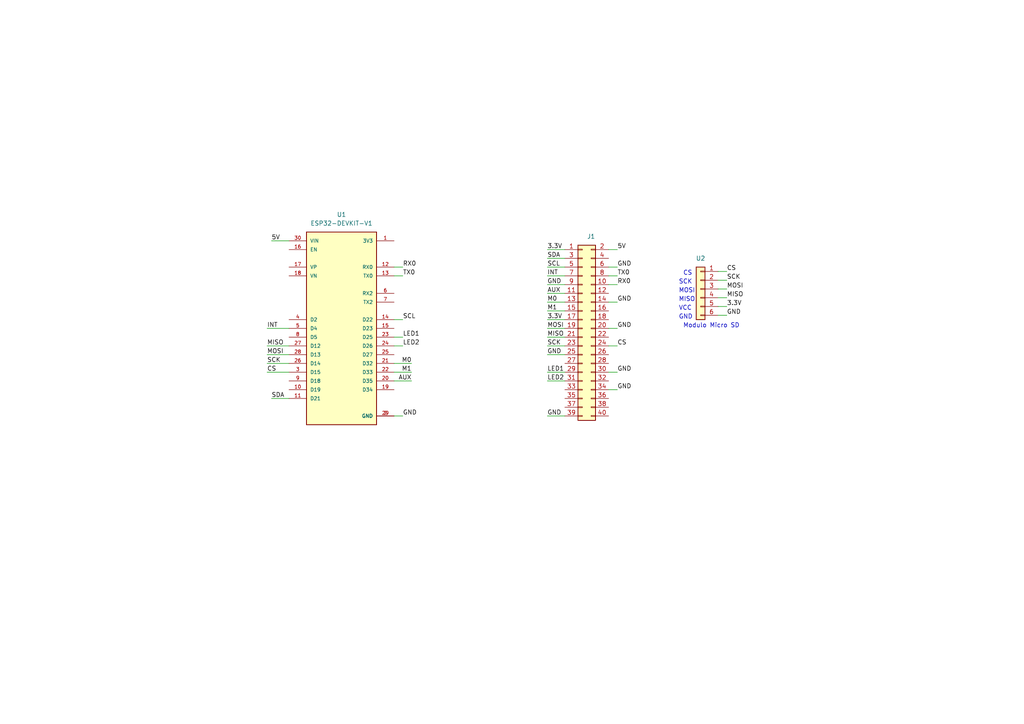
<source format=kicad_sch>
(kicad_sch (version 20211123) (generator eeschema)

  (uuid 30810c29-7c9e-463f-8d1a-1ad5d7a6d93f)

  (paper "A4")

  (title_block
    (title "CubeSat - Controle")
    (date "2023-10-06")
    (rev "1.0")
  )

  (lib_symbols
    (symbol "Connector_Generic:Conn_01x06" (pin_names (offset 1.016) hide) (in_bom yes) (on_board yes)
      (property "Reference" "J" (id 0) (at 0 7.62 0)
        (effects (font (size 1.27 1.27)))
      )
      (property "Value" "Conn_01x06" (id 1) (at 0 -10.16 0)
        (effects (font (size 1.27 1.27)))
      )
      (property "Footprint" "" (id 2) (at 0 0 0)
        (effects (font (size 1.27 1.27)) hide)
      )
      (property "Datasheet" "~" (id 3) (at 0 0 0)
        (effects (font (size 1.27 1.27)) hide)
      )
      (property "ki_keywords" "connector" (id 4) (at 0 0 0)
        (effects (font (size 1.27 1.27)) hide)
      )
      (property "ki_description" "Generic connector, single row, 01x06, script generated (kicad-library-utils/schlib/autogen/connector/)" (id 5) (at 0 0 0)
        (effects (font (size 1.27 1.27)) hide)
      )
      (property "ki_fp_filters" "Connector*:*_1x??_*" (id 6) (at 0 0 0)
        (effects (font (size 1.27 1.27)) hide)
      )
      (symbol "Conn_01x06_1_1"
        (rectangle (start -1.27 -7.493) (end 0 -7.747)
          (stroke (width 0.1524) (type default) (color 0 0 0 0))
          (fill (type none))
        )
        (rectangle (start -1.27 -4.953) (end 0 -5.207)
          (stroke (width 0.1524) (type default) (color 0 0 0 0))
          (fill (type none))
        )
        (rectangle (start -1.27 -2.413) (end 0 -2.667)
          (stroke (width 0.1524) (type default) (color 0 0 0 0))
          (fill (type none))
        )
        (rectangle (start -1.27 0.127) (end 0 -0.127)
          (stroke (width 0.1524) (type default) (color 0 0 0 0))
          (fill (type none))
        )
        (rectangle (start -1.27 2.667) (end 0 2.413)
          (stroke (width 0.1524) (type default) (color 0 0 0 0))
          (fill (type none))
        )
        (rectangle (start -1.27 5.207) (end 0 4.953)
          (stroke (width 0.1524) (type default) (color 0 0 0 0))
          (fill (type none))
        )
        (rectangle (start -1.27 6.35) (end 1.27 -8.89)
          (stroke (width 0.254) (type default) (color 0 0 0 0))
          (fill (type background))
        )
        (pin passive line (at -5.08 5.08 0) (length 3.81)
          (name "Pin_1" (effects (font (size 1.27 1.27))))
          (number "1" (effects (font (size 1.27 1.27))))
        )
        (pin passive line (at -5.08 2.54 0) (length 3.81)
          (name "Pin_2" (effects (font (size 1.27 1.27))))
          (number "2" (effects (font (size 1.27 1.27))))
        )
        (pin passive line (at -5.08 0 0) (length 3.81)
          (name "Pin_3" (effects (font (size 1.27 1.27))))
          (number "3" (effects (font (size 1.27 1.27))))
        )
        (pin passive line (at -5.08 -2.54 0) (length 3.81)
          (name "Pin_4" (effects (font (size 1.27 1.27))))
          (number "4" (effects (font (size 1.27 1.27))))
        )
        (pin passive line (at -5.08 -5.08 0) (length 3.81)
          (name "Pin_5" (effects (font (size 1.27 1.27))))
          (number "5" (effects (font (size 1.27 1.27))))
        )
        (pin passive line (at -5.08 -7.62 0) (length 3.81)
          (name "Pin_6" (effects (font (size 1.27 1.27))))
          (number "6" (effects (font (size 1.27 1.27))))
        )
      )
    )
    (symbol "Connector_Generic:Conn_02x20_Odd_Even" (pin_names (offset 1.016) hide) (in_bom yes) (on_board yes)
      (property "Reference" "J" (id 0) (at 1.27 25.4 0)
        (effects (font (size 1.27 1.27)))
      )
      (property "Value" "Conn_02x20_Odd_Even" (id 1) (at 1.27 -27.94 0)
        (effects (font (size 1.27 1.27)))
      )
      (property "Footprint" "" (id 2) (at 0 0 0)
        (effects (font (size 1.27 1.27)) hide)
      )
      (property "Datasheet" "~" (id 3) (at 0 0 0)
        (effects (font (size 1.27 1.27)) hide)
      )
      (property "ki_keywords" "connector" (id 4) (at 0 0 0)
        (effects (font (size 1.27 1.27)) hide)
      )
      (property "ki_description" "Generic connector, double row, 02x20, odd/even pin numbering scheme (row 1 odd numbers, row 2 even numbers), script generated (kicad-library-utils/schlib/autogen/connector/)" (id 5) (at 0 0 0)
        (effects (font (size 1.27 1.27)) hide)
      )
      (property "ki_fp_filters" "Connector*:*_2x??_*" (id 6) (at 0 0 0)
        (effects (font (size 1.27 1.27)) hide)
      )
      (symbol "Conn_02x20_Odd_Even_1_1"
        (rectangle (start -1.27 -25.273) (end 0 -25.527)
          (stroke (width 0.1524) (type default) (color 0 0 0 0))
          (fill (type none))
        )
        (rectangle (start -1.27 -22.733) (end 0 -22.987)
          (stroke (width 0.1524) (type default) (color 0 0 0 0))
          (fill (type none))
        )
        (rectangle (start -1.27 -20.193) (end 0 -20.447)
          (stroke (width 0.1524) (type default) (color 0 0 0 0))
          (fill (type none))
        )
        (rectangle (start -1.27 -17.653) (end 0 -17.907)
          (stroke (width 0.1524) (type default) (color 0 0 0 0))
          (fill (type none))
        )
        (rectangle (start -1.27 -15.113) (end 0 -15.367)
          (stroke (width 0.1524) (type default) (color 0 0 0 0))
          (fill (type none))
        )
        (rectangle (start -1.27 -12.573) (end 0 -12.827)
          (stroke (width 0.1524) (type default) (color 0 0 0 0))
          (fill (type none))
        )
        (rectangle (start -1.27 -10.033) (end 0 -10.287)
          (stroke (width 0.1524) (type default) (color 0 0 0 0))
          (fill (type none))
        )
        (rectangle (start -1.27 -7.493) (end 0 -7.747)
          (stroke (width 0.1524) (type default) (color 0 0 0 0))
          (fill (type none))
        )
        (rectangle (start -1.27 -4.953) (end 0 -5.207)
          (stroke (width 0.1524) (type default) (color 0 0 0 0))
          (fill (type none))
        )
        (rectangle (start -1.27 -2.413) (end 0 -2.667)
          (stroke (width 0.1524) (type default) (color 0 0 0 0))
          (fill (type none))
        )
        (rectangle (start -1.27 0.127) (end 0 -0.127)
          (stroke (width 0.1524) (type default) (color 0 0 0 0))
          (fill (type none))
        )
        (rectangle (start -1.27 2.667) (end 0 2.413)
          (stroke (width 0.1524) (type default) (color 0 0 0 0))
          (fill (type none))
        )
        (rectangle (start -1.27 5.207) (end 0 4.953)
          (stroke (width 0.1524) (type default) (color 0 0 0 0))
          (fill (type none))
        )
        (rectangle (start -1.27 7.747) (end 0 7.493)
          (stroke (width 0.1524) (type default) (color 0 0 0 0))
          (fill (type none))
        )
        (rectangle (start -1.27 10.287) (end 0 10.033)
          (stroke (width 0.1524) (type default) (color 0 0 0 0))
          (fill (type none))
        )
        (rectangle (start -1.27 12.827) (end 0 12.573)
          (stroke (width 0.1524) (type default) (color 0 0 0 0))
          (fill (type none))
        )
        (rectangle (start -1.27 15.367) (end 0 15.113)
          (stroke (width 0.1524) (type default) (color 0 0 0 0))
          (fill (type none))
        )
        (rectangle (start -1.27 17.907) (end 0 17.653)
          (stroke (width 0.1524) (type default) (color 0 0 0 0))
          (fill (type none))
        )
        (rectangle (start -1.27 20.447) (end 0 20.193)
          (stroke (width 0.1524) (type default) (color 0 0 0 0))
          (fill (type none))
        )
        (rectangle (start -1.27 22.987) (end 0 22.733)
          (stroke (width 0.1524) (type default) (color 0 0 0 0))
          (fill (type none))
        )
        (rectangle (start -1.27 24.13) (end 3.81 -26.67)
          (stroke (width 0.254) (type default) (color 0 0 0 0))
          (fill (type background))
        )
        (rectangle (start 3.81 -25.273) (end 2.54 -25.527)
          (stroke (width 0.1524) (type default) (color 0 0 0 0))
          (fill (type none))
        )
        (rectangle (start 3.81 -22.733) (end 2.54 -22.987)
          (stroke (width 0.1524) (type default) (color 0 0 0 0))
          (fill (type none))
        )
        (rectangle (start 3.81 -20.193) (end 2.54 -20.447)
          (stroke (width 0.1524) (type default) (color 0 0 0 0))
          (fill (type none))
        )
        (rectangle (start 3.81 -17.653) (end 2.54 -17.907)
          (stroke (width 0.1524) (type default) (color 0 0 0 0))
          (fill (type none))
        )
        (rectangle (start 3.81 -15.113) (end 2.54 -15.367)
          (stroke (width 0.1524) (type default) (color 0 0 0 0))
          (fill (type none))
        )
        (rectangle (start 3.81 -12.573) (end 2.54 -12.827)
          (stroke (width 0.1524) (type default) (color 0 0 0 0))
          (fill (type none))
        )
        (rectangle (start 3.81 -10.033) (end 2.54 -10.287)
          (stroke (width 0.1524) (type default) (color 0 0 0 0))
          (fill (type none))
        )
        (rectangle (start 3.81 -7.493) (end 2.54 -7.747)
          (stroke (width 0.1524) (type default) (color 0 0 0 0))
          (fill (type none))
        )
        (rectangle (start 3.81 -4.953) (end 2.54 -5.207)
          (stroke (width 0.1524) (type default) (color 0 0 0 0))
          (fill (type none))
        )
        (rectangle (start 3.81 -2.413) (end 2.54 -2.667)
          (stroke (width 0.1524) (type default) (color 0 0 0 0))
          (fill (type none))
        )
        (rectangle (start 3.81 0.127) (end 2.54 -0.127)
          (stroke (width 0.1524) (type default) (color 0 0 0 0))
          (fill (type none))
        )
        (rectangle (start 3.81 2.667) (end 2.54 2.413)
          (stroke (width 0.1524) (type default) (color 0 0 0 0))
          (fill (type none))
        )
        (rectangle (start 3.81 5.207) (end 2.54 4.953)
          (stroke (width 0.1524) (type default) (color 0 0 0 0))
          (fill (type none))
        )
        (rectangle (start 3.81 7.747) (end 2.54 7.493)
          (stroke (width 0.1524) (type default) (color 0 0 0 0))
          (fill (type none))
        )
        (rectangle (start 3.81 10.287) (end 2.54 10.033)
          (stroke (width 0.1524) (type default) (color 0 0 0 0))
          (fill (type none))
        )
        (rectangle (start 3.81 12.827) (end 2.54 12.573)
          (stroke (width 0.1524) (type default) (color 0 0 0 0))
          (fill (type none))
        )
        (rectangle (start 3.81 15.367) (end 2.54 15.113)
          (stroke (width 0.1524) (type default) (color 0 0 0 0))
          (fill (type none))
        )
        (rectangle (start 3.81 17.907) (end 2.54 17.653)
          (stroke (width 0.1524) (type default) (color 0 0 0 0))
          (fill (type none))
        )
        (rectangle (start 3.81 20.447) (end 2.54 20.193)
          (stroke (width 0.1524) (type default) (color 0 0 0 0))
          (fill (type none))
        )
        (rectangle (start 3.81 22.987) (end 2.54 22.733)
          (stroke (width 0.1524) (type default) (color 0 0 0 0))
          (fill (type none))
        )
        (pin passive line (at -5.08 22.86 0) (length 3.81)
          (name "Pin_1" (effects (font (size 1.27 1.27))))
          (number "1" (effects (font (size 1.27 1.27))))
        )
        (pin passive line (at 7.62 12.7 180) (length 3.81)
          (name "Pin_10" (effects (font (size 1.27 1.27))))
          (number "10" (effects (font (size 1.27 1.27))))
        )
        (pin passive line (at -5.08 10.16 0) (length 3.81)
          (name "Pin_11" (effects (font (size 1.27 1.27))))
          (number "11" (effects (font (size 1.27 1.27))))
        )
        (pin passive line (at 7.62 10.16 180) (length 3.81)
          (name "Pin_12" (effects (font (size 1.27 1.27))))
          (number "12" (effects (font (size 1.27 1.27))))
        )
        (pin passive line (at -5.08 7.62 0) (length 3.81)
          (name "Pin_13" (effects (font (size 1.27 1.27))))
          (number "13" (effects (font (size 1.27 1.27))))
        )
        (pin passive line (at 7.62 7.62 180) (length 3.81)
          (name "Pin_14" (effects (font (size 1.27 1.27))))
          (number "14" (effects (font (size 1.27 1.27))))
        )
        (pin passive line (at -5.08 5.08 0) (length 3.81)
          (name "Pin_15" (effects (font (size 1.27 1.27))))
          (number "15" (effects (font (size 1.27 1.27))))
        )
        (pin passive line (at 7.62 5.08 180) (length 3.81)
          (name "Pin_16" (effects (font (size 1.27 1.27))))
          (number "16" (effects (font (size 1.27 1.27))))
        )
        (pin passive line (at -5.08 2.54 0) (length 3.81)
          (name "Pin_17" (effects (font (size 1.27 1.27))))
          (number "17" (effects (font (size 1.27 1.27))))
        )
        (pin passive line (at 7.62 2.54 180) (length 3.81)
          (name "Pin_18" (effects (font (size 1.27 1.27))))
          (number "18" (effects (font (size 1.27 1.27))))
        )
        (pin passive line (at -5.08 0 0) (length 3.81)
          (name "Pin_19" (effects (font (size 1.27 1.27))))
          (number "19" (effects (font (size 1.27 1.27))))
        )
        (pin passive line (at 7.62 22.86 180) (length 3.81)
          (name "Pin_2" (effects (font (size 1.27 1.27))))
          (number "2" (effects (font (size 1.27 1.27))))
        )
        (pin passive line (at 7.62 0 180) (length 3.81)
          (name "Pin_20" (effects (font (size 1.27 1.27))))
          (number "20" (effects (font (size 1.27 1.27))))
        )
        (pin passive line (at -5.08 -2.54 0) (length 3.81)
          (name "Pin_21" (effects (font (size 1.27 1.27))))
          (number "21" (effects (font (size 1.27 1.27))))
        )
        (pin passive line (at 7.62 -2.54 180) (length 3.81)
          (name "Pin_22" (effects (font (size 1.27 1.27))))
          (number "22" (effects (font (size 1.27 1.27))))
        )
        (pin passive line (at -5.08 -5.08 0) (length 3.81)
          (name "Pin_23" (effects (font (size 1.27 1.27))))
          (number "23" (effects (font (size 1.27 1.27))))
        )
        (pin passive line (at 7.62 -5.08 180) (length 3.81)
          (name "Pin_24" (effects (font (size 1.27 1.27))))
          (number "24" (effects (font (size 1.27 1.27))))
        )
        (pin passive line (at -5.08 -7.62 0) (length 3.81)
          (name "Pin_25" (effects (font (size 1.27 1.27))))
          (number "25" (effects (font (size 1.27 1.27))))
        )
        (pin passive line (at 7.62 -7.62 180) (length 3.81)
          (name "Pin_26" (effects (font (size 1.27 1.27))))
          (number "26" (effects (font (size 1.27 1.27))))
        )
        (pin passive line (at -5.08 -10.16 0) (length 3.81)
          (name "Pin_27" (effects (font (size 1.27 1.27))))
          (number "27" (effects (font (size 1.27 1.27))))
        )
        (pin passive line (at 7.62 -10.16 180) (length 3.81)
          (name "Pin_28" (effects (font (size 1.27 1.27))))
          (number "28" (effects (font (size 1.27 1.27))))
        )
        (pin passive line (at -5.08 -12.7 0) (length 3.81)
          (name "Pin_29" (effects (font (size 1.27 1.27))))
          (number "29" (effects (font (size 1.27 1.27))))
        )
        (pin passive line (at -5.08 20.32 0) (length 3.81)
          (name "Pin_3" (effects (font (size 1.27 1.27))))
          (number "3" (effects (font (size 1.27 1.27))))
        )
        (pin passive line (at 7.62 -12.7 180) (length 3.81)
          (name "Pin_30" (effects (font (size 1.27 1.27))))
          (number "30" (effects (font (size 1.27 1.27))))
        )
        (pin passive line (at -5.08 -15.24 0) (length 3.81)
          (name "Pin_31" (effects (font (size 1.27 1.27))))
          (number "31" (effects (font (size 1.27 1.27))))
        )
        (pin passive line (at 7.62 -15.24 180) (length 3.81)
          (name "Pin_32" (effects (font (size 1.27 1.27))))
          (number "32" (effects (font (size 1.27 1.27))))
        )
        (pin passive line (at -5.08 -17.78 0) (length 3.81)
          (name "Pin_33" (effects (font (size 1.27 1.27))))
          (number "33" (effects (font (size 1.27 1.27))))
        )
        (pin passive line (at 7.62 -17.78 180) (length 3.81)
          (name "Pin_34" (effects (font (size 1.27 1.27))))
          (number "34" (effects (font (size 1.27 1.27))))
        )
        (pin passive line (at -5.08 -20.32 0) (length 3.81)
          (name "Pin_35" (effects (font (size 1.27 1.27))))
          (number "35" (effects (font (size 1.27 1.27))))
        )
        (pin passive line (at 7.62 -20.32 180) (length 3.81)
          (name "Pin_36" (effects (font (size 1.27 1.27))))
          (number "36" (effects (font (size 1.27 1.27))))
        )
        (pin passive line (at -5.08 -22.86 0) (length 3.81)
          (name "Pin_37" (effects (font (size 1.27 1.27))))
          (number "37" (effects (font (size 1.27 1.27))))
        )
        (pin passive line (at 7.62 -22.86 180) (length 3.81)
          (name "Pin_38" (effects (font (size 1.27 1.27))))
          (number "38" (effects (font (size 1.27 1.27))))
        )
        (pin passive line (at -5.08 -25.4 0) (length 3.81)
          (name "Pin_39" (effects (font (size 1.27 1.27))))
          (number "39" (effects (font (size 1.27 1.27))))
        )
        (pin passive line (at 7.62 20.32 180) (length 3.81)
          (name "Pin_4" (effects (font (size 1.27 1.27))))
          (number "4" (effects (font (size 1.27 1.27))))
        )
        (pin passive line (at 7.62 -25.4 180) (length 3.81)
          (name "Pin_40" (effects (font (size 1.27 1.27))))
          (number "40" (effects (font (size 1.27 1.27))))
        )
        (pin passive line (at -5.08 17.78 0) (length 3.81)
          (name "Pin_5" (effects (font (size 1.27 1.27))))
          (number "5" (effects (font (size 1.27 1.27))))
        )
        (pin passive line (at 7.62 17.78 180) (length 3.81)
          (name "Pin_6" (effects (font (size 1.27 1.27))))
          (number "6" (effects (font (size 1.27 1.27))))
        )
        (pin passive line (at -5.08 15.24 0) (length 3.81)
          (name "Pin_7" (effects (font (size 1.27 1.27))))
          (number "7" (effects (font (size 1.27 1.27))))
        )
        (pin passive line (at 7.62 15.24 180) (length 3.81)
          (name "Pin_8" (effects (font (size 1.27 1.27))))
          (number "8" (effects (font (size 1.27 1.27))))
        )
        (pin passive line (at -5.08 12.7 0) (length 3.81)
          (name "Pin_9" (effects (font (size 1.27 1.27))))
          (number "9" (effects (font (size 1.27 1.27))))
        )
      )
    )
    (symbol "ESP32-DEVKIT-V1:ESP32-DEVKIT-V1" (pin_names (offset 1.016)) (in_bom yes) (on_board yes)
      (property "Reference" "U" (id 0) (at -10.16 30.48 0)
        (effects (font (size 1.27 1.27)) (justify left top))
      )
      (property "Value" "ESP32-DEVKIT-V1" (id 1) (at -10.16 -30.48 0)
        (effects (font (size 1.27 1.27)) (justify left bottom))
      )
      (property "Footprint" "ESP32-DEVKIT-V1:MODULE_ESP32_DEVKIT_V1" (id 2) (at 0 0 0)
        (effects (font (size 1.27 1.27)) (justify bottom) hide)
      )
      (property "Datasheet" "" (id 3) (at 0 0 0)
        (effects (font (size 1.27 1.27)) hide)
      )
      (property "MF" "Do it" (id 4) (at 0 0 0)
        (effects (font (size 1.27 1.27)) (justify bottom) hide)
      )
      (property "MAXIMUM_PACKAGE_HEIGHT" "6.8 mm" (id 5) (at 0 0 0)
        (effects (font (size 1.27 1.27)) (justify bottom) hide)
      )
      (property "Package" "None" (id 6) (at 0 0 0)
        (effects (font (size 1.27 1.27)) (justify bottom) hide)
      )
      (property "Price" "None" (id 7) (at 0 0 0)
        (effects (font (size 1.27 1.27)) (justify bottom) hide)
      )
      (property "Check_prices" "https://www.snapeda.com/parts/ESP32-DEVKIT-V1/Do+it/view-part/?ref=eda" (id 8) (at 0 0 0)
        (effects (font (size 1.27 1.27)) (justify bottom) hide)
      )
      (property "STANDARD" "Manufacturer Recommendations" (id 9) (at 0 0 0)
        (effects (font (size 1.27 1.27)) (justify bottom) hide)
      )
      (property "PARTREV" "N/A" (id 10) (at 0 0 0)
        (effects (font (size 1.27 1.27)) (justify bottom) hide)
      )
      (property "SnapEDA_Link" "https://www.snapeda.com/parts/ESP32-DEVKIT-V1/Do+it/view-part/?ref=snap" (id 11) (at 0 0 0)
        (effects (font (size 1.27 1.27)) (justify bottom) hide)
      )
      (property "MP" "ESP32-DEVKIT-V1" (id 12) (at 0 0 0)
        (effects (font (size 1.27 1.27)) (justify bottom) hide)
      )
      (property "Description" "\nDual core, Wi-Fi: 2.4 GHz up to 150 Mbits/s,BLE (Bluetooth Low Energy) and legacy Bluetooth, 32 bits, Up to 240 MHz\n" (id 13) (at 0 0 0)
        (effects (font (size 1.27 1.27)) (justify bottom) hide)
      )
      (property "Availability" "Not in stock" (id 14) (at 0 0 0)
        (effects (font (size 1.27 1.27)) (justify bottom) hide)
      )
      (property "MANUFACTURER" "DOIT" (id 15) (at 0 0 0)
        (effects (font (size 1.27 1.27)) (justify bottom) hide)
      )
      (symbol "ESP32-DEVKIT-V1_0_0"
        (rectangle (start -10.16 -27.94) (end 10.16 27.94)
          (stroke (width 0.254) (type default) (color 0 0 0 0))
          (fill (type background))
        )
        (pin output line (at 15.24 25.4 180) (length 5.08)
          (name "3V3" (effects (font (size 1.016 1.016))))
          (number "1" (effects (font (size 1.016 1.016))))
        )
        (pin bidirectional line (at -15.24 -17.78 0) (length 5.08)
          (name "D19" (effects (font (size 1.016 1.016))))
          (number "10" (effects (font (size 1.016 1.016))))
        )
        (pin bidirectional line (at -15.24 -20.32 0) (length 5.08)
          (name "D21" (effects (font (size 1.016 1.016))))
          (number "11" (effects (font (size 1.016 1.016))))
        )
        (pin input line (at 15.24 17.78 180) (length 5.08)
          (name "RX0" (effects (font (size 1.016 1.016))))
          (number "12" (effects (font (size 1.016 1.016))))
        )
        (pin output line (at 15.24 15.24 180) (length 5.08)
          (name "TX0" (effects (font (size 1.016 1.016))))
          (number "13" (effects (font (size 1.016 1.016))))
        )
        (pin bidirectional line (at 15.24 2.54 180) (length 5.08)
          (name "D22" (effects (font (size 1.016 1.016))))
          (number "14" (effects (font (size 1.016 1.016))))
        )
        (pin bidirectional line (at 15.24 0 180) (length 5.08)
          (name "D23" (effects (font (size 1.016 1.016))))
          (number "15" (effects (font (size 1.016 1.016))))
        )
        (pin input line (at -15.24 22.86 0) (length 5.08)
          (name "EN" (effects (font (size 1.016 1.016))))
          (number "16" (effects (font (size 1.016 1.016))))
        )
        (pin bidirectional line (at -15.24 17.78 0) (length 5.08)
          (name "VP" (effects (font (size 1.016 1.016))))
          (number "17" (effects (font (size 1.016 1.016))))
        )
        (pin bidirectional line (at -15.24 15.24 0) (length 5.08)
          (name "VN" (effects (font (size 1.016 1.016))))
          (number "18" (effects (font (size 1.016 1.016))))
        )
        (pin bidirectional line (at 15.24 -17.78 180) (length 5.08)
          (name "D34" (effects (font (size 1.016 1.016))))
          (number "19" (effects (font (size 1.016 1.016))))
        )
        (pin power_in line (at 15.24 -25.4 180) (length 5.08)
          (name "GND" (effects (font (size 1.016 1.016))))
          (number "2" (effects (font (size 1.016 1.016))))
        )
        (pin bidirectional line (at 15.24 -15.24 180) (length 5.08)
          (name "D35" (effects (font (size 1.016 1.016))))
          (number "20" (effects (font (size 1.016 1.016))))
        )
        (pin bidirectional line (at 15.24 -10.16 180) (length 5.08)
          (name "D32" (effects (font (size 1.016 1.016))))
          (number "21" (effects (font (size 1.016 1.016))))
        )
        (pin bidirectional line (at 15.24 -12.7 180) (length 5.08)
          (name "D33" (effects (font (size 1.016 1.016))))
          (number "22" (effects (font (size 1.016 1.016))))
        )
        (pin bidirectional line (at 15.24 -2.54 180) (length 5.08)
          (name "D25" (effects (font (size 1.016 1.016))))
          (number "23" (effects (font (size 1.016 1.016))))
        )
        (pin bidirectional line (at 15.24 -5.08 180) (length 5.08)
          (name "D26" (effects (font (size 1.016 1.016))))
          (number "24" (effects (font (size 1.016 1.016))))
        )
        (pin bidirectional line (at 15.24 -7.62 180) (length 5.08)
          (name "D27" (effects (font (size 1.016 1.016))))
          (number "25" (effects (font (size 1.016 1.016))))
        )
        (pin bidirectional line (at -15.24 -10.16 0) (length 5.08)
          (name "D14" (effects (font (size 1.016 1.016))))
          (number "26" (effects (font (size 1.016 1.016))))
        )
        (pin bidirectional line (at -15.24 -5.08 0) (length 5.08)
          (name "D12" (effects (font (size 1.016 1.016))))
          (number "27" (effects (font (size 1.016 1.016))))
        )
        (pin bidirectional line (at -15.24 -7.62 0) (length 5.08)
          (name "D13" (effects (font (size 1.016 1.016))))
          (number "28" (effects (font (size 1.016 1.016))))
        )
        (pin power_in line (at 15.24 -25.4 180) (length 5.08)
          (name "GND" (effects (font (size 1.016 1.016))))
          (number "29" (effects (font (size 1.016 1.016))))
        )
        (pin bidirectional line (at -15.24 -12.7 0) (length 5.08)
          (name "D15" (effects (font (size 1.016 1.016))))
          (number "3" (effects (font (size 1.016 1.016))))
        )
        (pin input line (at -15.24 25.4 0) (length 5.08)
          (name "VIN" (effects (font (size 1.016 1.016))))
          (number "30" (effects (font (size 1.016 1.016))))
        )
        (pin bidirectional line (at -15.24 2.54 0) (length 5.08)
          (name "D2" (effects (font (size 1.016 1.016))))
          (number "4" (effects (font (size 1.016 1.016))))
        )
        (pin bidirectional line (at -15.24 0 0) (length 5.08)
          (name "D4" (effects (font (size 1.016 1.016))))
          (number "5" (effects (font (size 1.016 1.016))))
        )
        (pin input line (at 15.24 10.16 180) (length 5.08)
          (name "RX2" (effects (font (size 1.016 1.016))))
          (number "6" (effects (font (size 1.016 1.016))))
        )
        (pin output line (at 15.24 7.62 180) (length 5.08)
          (name "TX2" (effects (font (size 1.016 1.016))))
          (number "7" (effects (font (size 1.016 1.016))))
        )
        (pin bidirectional line (at -15.24 -2.54 0) (length 5.08)
          (name "D5" (effects (font (size 1.016 1.016))))
          (number "8" (effects (font (size 1.016 1.016))))
        )
        (pin bidirectional line (at -15.24 -15.24 0) (length 5.08)
          (name "D18" (effects (font (size 1.016 1.016))))
          (number "9" (effects (font (size 1.016 1.016))))
        )
      )
    )
  )


  (wire (pts (xy 158.75 92.71) (xy 163.83 92.71))
    (stroke (width 0) (type default) (color 0 0 0 0))
    (uuid 0b3c060a-98c1-470a-ac9c-7a1fbf935618)
  )
  (wire (pts (xy 176.53 72.39) (xy 179.07 72.39))
    (stroke (width 0) (type default) (color 0 0 0 0))
    (uuid 106e5c31-e171-4143-8a85-8c9234b3f1ad)
  )
  (wire (pts (xy 208.28 91.44) (xy 210.82 91.44))
    (stroke (width 0) (type default) (color 0 0 0 0))
    (uuid 1083e108-f437-4ee1-b92d-875174dccb83)
  )
  (wire (pts (xy 158.75 90.17) (xy 163.83 90.17))
    (stroke (width 0) (type default) (color 0 0 0 0))
    (uuid 1539de77-def1-4539-9f5c-486d574424da)
  )
  (wire (pts (xy 77.47 102.87) (xy 83.82 102.87))
    (stroke (width 0) (type default) (color 0 0 0 0))
    (uuid 174af41e-0eb0-46ca-874b-53b0aeeff270)
  )
  (wire (pts (xy 78.74 69.85) (xy 83.82 69.85))
    (stroke (width 0) (type default) (color 0 0 0 0))
    (uuid 188880ca-fa7c-4053-9cd9-17f5f7c7f85f)
  )
  (wire (pts (xy 176.53 82.55) (xy 179.07 82.55))
    (stroke (width 0) (type default) (color 0 0 0 0))
    (uuid 19338707-d0b7-43e8-8192-ab132b3e1d65)
  )
  (wire (pts (xy 176.53 107.95) (xy 179.07 107.95))
    (stroke (width 0) (type default) (color 0 0 0 0))
    (uuid 2298edcc-b722-4747-8c1e-de600a17c24a)
  )
  (wire (pts (xy 77.47 95.25) (xy 83.82 95.25))
    (stroke (width 0) (type default) (color 0 0 0 0))
    (uuid 23be1438-ef9b-4dd9-95ec-a6053c75ec02)
  )
  (wire (pts (xy 208.28 81.28) (xy 210.82 81.28))
    (stroke (width 0) (type default) (color 0 0 0 0))
    (uuid 24ef167c-c455-47b2-a92f-c2ea4b36ae76)
  )
  (wire (pts (xy 176.53 80.01) (xy 179.07 80.01))
    (stroke (width 0) (type default) (color 0 0 0 0))
    (uuid 2dcca314-e661-48dd-8731-72dc2cfcf530)
  )
  (wire (pts (xy 158.75 74.93) (xy 163.83 74.93))
    (stroke (width 0) (type default) (color 0 0 0 0))
    (uuid 313b9f11-2677-4000-bbed-691d3687ee43)
  )
  (wire (pts (xy 158.75 95.25) (xy 163.83 95.25))
    (stroke (width 0) (type default) (color 0 0 0 0))
    (uuid 45328e6e-4c0e-464d-be02-f9a50f48011d)
  )
  (wire (pts (xy 208.28 78.74) (xy 210.82 78.74))
    (stroke (width 0) (type default) (color 0 0 0 0))
    (uuid 48f187d4-8cbe-4bae-a108-60ca747af181)
  )
  (wire (pts (xy 158.75 77.47) (xy 163.83 77.47))
    (stroke (width 0) (type default) (color 0 0 0 0))
    (uuid 4ce6f820-ac2b-4c7f-8ff5-fead04527605)
  )
  (wire (pts (xy 176.53 95.25) (xy 179.07 95.25))
    (stroke (width 0) (type default) (color 0 0 0 0))
    (uuid 4d6d9536-ca89-42c7-ad13-eea36ad8f393)
  )
  (wire (pts (xy 78.74 115.57) (xy 83.82 115.57))
    (stroke (width 0) (type default) (color 0 0 0 0))
    (uuid 4f289e7c-2131-4342-9f1f-9778adf350ae)
  )
  (wire (pts (xy 208.28 83.82) (xy 210.82 83.82))
    (stroke (width 0) (type default) (color 0 0 0 0))
    (uuid 526128e5-fefd-4df1-a68b-60bf680d257d)
  )
  (wire (pts (xy 158.75 107.95) (xy 163.83 107.95))
    (stroke (width 0) (type default) (color 0 0 0 0))
    (uuid 5334930b-635c-4d26-bd53-5224e932da83)
  )
  (wire (pts (xy 119.38 107.95) (xy 114.3 107.95))
    (stroke (width 0) (type default) (color 0 0 0 0))
    (uuid 54a50449-9dfa-4f48-8928-9c3d0b767875)
  )
  (wire (pts (xy 114.3 110.49) (xy 119.38 110.49))
    (stroke (width 0) (type default) (color 0 0 0 0))
    (uuid 5816e289-d4ad-4032-9291-7ffa61b51895)
  )
  (wire (pts (xy 208.28 86.36) (xy 210.82 86.36))
    (stroke (width 0) (type default) (color 0 0 0 0))
    (uuid 60dc79cf-0fa4-4ece-b558-b9c93a2a653a)
  )
  (wire (pts (xy 158.75 82.55) (xy 163.83 82.55))
    (stroke (width 0) (type default) (color 0 0 0 0))
    (uuid 60e16399-b6eb-4811-96a6-b02c2323cbc8)
  )
  (wire (pts (xy 158.75 100.33) (xy 163.83 100.33))
    (stroke (width 0) (type default) (color 0 0 0 0))
    (uuid 64778eda-8979-4ce4-8c23-6367203f3587)
  )
  (wire (pts (xy 176.53 100.33) (xy 179.07 100.33))
    (stroke (width 0) (type default) (color 0 0 0 0))
    (uuid 6d6f919f-553b-402d-9daa-fa4f83968fde)
  )
  (wire (pts (xy 176.53 87.63) (xy 179.07 87.63))
    (stroke (width 0) (type default) (color 0 0 0 0))
    (uuid 7670de40-b816-4681-917f-7e601a6ba438)
  )
  (wire (pts (xy 77.47 107.95) (xy 83.82 107.95))
    (stroke (width 0) (type default) (color 0 0 0 0))
    (uuid 7a769503-cf96-4729-98a5-6c83ae2c2ee7)
  )
  (wire (pts (xy 77.47 105.41) (xy 83.82 105.41))
    (stroke (width 0) (type default) (color 0 0 0 0))
    (uuid 7d90a645-331b-4975-811f-f28bd56242be)
  )
  (wire (pts (xy 114.3 92.71) (xy 116.84 92.71))
    (stroke (width 0) (type default) (color 0 0 0 0))
    (uuid 7e60042f-ecae-42ab-b2c1-73ac087569fa)
  )
  (wire (pts (xy 114.3 100.33) (xy 116.84 100.33))
    (stroke (width 0) (type default) (color 0 0 0 0))
    (uuid 9dcf4fb2-2e60-49a0-8f46-bab8b06d9f9c)
  )
  (wire (pts (xy 176.53 113.03) (xy 179.07 113.03))
    (stroke (width 0) (type default) (color 0 0 0 0))
    (uuid a23c2f7c-0297-4a10-9554-133f5da2d323)
  )
  (wire (pts (xy 119.38 105.41) (xy 114.3 105.41))
    (stroke (width 0) (type default) (color 0 0 0 0))
    (uuid bbb9a415-9b7b-4353-86e6-2e672a8d4154)
  )
  (wire (pts (xy 158.75 72.39) (xy 163.83 72.39))
    (stroke (width 0) (type default) (color 0 0 0 0))
    (uuid c449a134-9c4f-4e98-87f0-b776e1d07144)
  )
  (wire (pts (xy 114.3 80.01) (xy 116.84 80.01))
    (stroke (width 0) (type default) (color 0 0 0 0))
    (uuid c72bc34f-047e-456a-86b4-2582d61b552e)
  )
  (wire (pts (xy 158.75 80.01) (xy 163.83 80.01))
    (stroke (width 0) (type default) (color 0 0 0 0))
    (uuid c7e6014e-7487-4d88-a46e-460145cc24ec)
  )
  (wire (pts (xy 158.75 110.49) (xy 163.83 110.49))
    (stroke (width 0) (type default) (color 0 0 0 0))
    (uuid cb85b80d-1aa3-415a-9f92-2d763966021c)
  )
  (wire (pts (xy 158.75 85.09) (xy 163.83 85.09))
    (stroke (width 0) (type default) (color 0 0 0 0))
    (uuid cd05109c-ab63-4a76-ac45-d260b22cf6b1)
  )
  (wire (pts (xy 158.75 97.79) (xy 163.83 97.79))
    (stroke (width 0) (type default) (color 0 0 0 0))
    (uuid d0d02a82-2a4e-4d80-983b-89998c3e4592)
  )
  (wire (pts (xy 158.75 120.65) (xy 163.83 120.65))
    (stroke (width 0) (type default) (color 0 0 0 0))
    (uuid e0901df2-5cf5-4b5a-a7d0-1583883f1757)
  )
  (wire (pts (xy 114.3 120.65) (xy 116.84 120.65))
    (stroke (width 0) (type default) (color 0 0 0 0))
    (uuid e1790e67-a263-400c-8ecf-b6bac09b05ec)
  )
  (wire (pts (xy 114.3 97.79) (xy 116.84 97.79))
    (stroke (width 0) (type default) (color 0 0 0 0))
    (uuid e39c4418-ba95-42a4-bf00-ca8d9fe471ee)
  )
  (wire (pts (xy 114.3 77.47) (xy 116.84 77.47))
    (stroke (width 0) (type default) (color 0 0 0 0))
    (uuid e42008c4-3715-4e32-96dc-87b617d64e69)
  )
  (wire (pts (xy 208.28 88.9) (xy 210.82 88.9))
    (stroke (width 0) (type default) (color 0 0 0 0))
    (uuid ea50cfd0-34b3-4a04-8536-4bec65032c90)
  )
  (wire (pts (xy 158.75 87.63) (xy 163.83 87.63))
    (stroke (width 0) (type default) (color 0 0 0 0))
    (uuid ec09c1ec-0bbb-4e6e-91a6-3c3591ad2172)
  )
  (wire (pts (xy 176.53 77.47) (xy 179.07 77.47))
    (stroke (width 0) (type default) (color 0 0 0 0))
    (uuid edbbc568-a7dc-4b17-9dce-d2a5daaab41f)
  )
  (wire (pts (xy 77.47 100.33) (xy 83.82 100.33))
    (stroke (width 0) (type default) (color 0 0 0 0))
    (uuid faef973a-4d42-48d1-899f-d704b0bbcc21)
  )
  (wire (pts (xy 158.75 102.87) (xy 163.83 102.87))
    (stroke (width 0) (type default) (color 0 0 0 0))
    (uuid fdc0f9c5-6e74-414d-b18a-a9c6e9b9ef9a)
  )

  (text "VCC" (at 196.85 90.17 0)
    (effects (font (size 1.27 1.27)) (justify left bottom))
    (uuid 2f6d95d1-c431-4263-8567-5ed69dfd040b)
  )
  (text "GND" (at 196.85 92.71 0)
    (effects (font (size 1.27 1.27)) (justify left bottom))
    (uuid 4ca247d4-0a1d-472a-a672-a3b9d976c7e5)
  )
  (text "CS" (at 198.12 80.01 0)
    (effects (font (size 1.27 1.27)) (justify left bottom))
    (uuid 804def22-7570-4e19-99f5-3dbbcedd44a8)
  )
  (text "Modulo Micro SD" (at 198.12 95.25 0)
    (effects (font (size 1.27 1.27)) (justify left bottom))
    (uuid 973ab7a4-65d4-430d-9084-60c0907f29a3)
  )
  (text "MISO\n" (at 196.85 87.63 0)
    (effects (font (size 1.27 1.27)) (justify left bottom))
    (uuid afee4f4c-740d-44cd-91f2-52b86e4703e2)
  )
  (text "SCK" (at 196.85 82.55 0)
    (effects (font (size 1.27 1.27)) (justify left bottom))
    (uuid c13f1472-fe87-4ad3-b5c6-67a7fa74b9a5)
  )
  (text "MOSI" (at 196.85 85.09 0)
    (effects (font (size 1.27 1.27)) (justify left bottom))
    (uuid e3d0c7b5-cbeb-469e-892d-ae2874809fb6)
  )

  (label "GND" (at 116.84 120.65 0)
    (effects (font (size 1.27 1.27)) (justify left bottom))
    (uuid 032a6eac-3650-4d13-9e63-f0b841baf517)
  )
  (label "GND" (at 179.07 113.03 0)
    (effects (font (size 1.27 1.27)) (justify left bottom))
    (uuid 057b6c15-e8d8-4d8a-a4e1-29675c73bd51)
  )
  (label "3.3V" (at 210.82 88.9 0)
    (effects (font (size 1.27 1.27)) (justify left bottom))
    (uuid 0d550365-3ca1-4085-a757-d6591b0a9243)
  )
  (label "TX0" (at 116.84 80.01 0)
    (effects (font (size 1.27 1.27)) (justify left bottom))
    (uuid 1922af56-54f4-441d-adc1-63aa1669a78c)
  )
  (label "3.3V" (at 158.75 72.39 0)
    (effects (font (size 1.27 1.27)) (justify left bottom))
    (uuid 1e12e34a-76de-4b75-a831-08bff493a7e7)
  )
  (label "SCK" (at 158.75 100.33 0)
    (effects (font (size 1.27 1.27)) (justify left bottom))
    (uuid 1fee895b-3759-477c-9704-0b40385fff25)
  )
  (label "GND" (at 179.07 107.95 0)
    (effects (font (size 1.27 1.27)) (justify left bottom))
    (uuid 24e89117-f356-4563-841b-5d033fd3ef7d)
  )
  (label "CS" (at 77.47 107.95 0)
    (effects (font (size 1.27 1.27)) (justify left bottom))
    (uuid 2e49480d-dd11-4667-9ebf-d25738afa9df)
  )
  (label "SDA" (at 158.75 74.93 0)
    (effects (font (size 1.27 1.27)) (justify left bottom))
    (uuid 3f452907-7c91-4ddb-8e61-7a67d2d1385c)
  )
  (label "GND" (at 158.75 120.65 0)
    (effects (font (size 1.27 1.27)) (justify left bottom))
    (uuid 44fb26c2-36a8-46f8-b013-3e7be9d4f795)
  )
  (label "SCL" (at 116.84 92.71 0)
    (effects (font (size 1.27 1.27)) (justify left bottom))
    (uuid 45c052b4-fab2-4f71-932e-39a0d6ca8b01)
  )
  (label "INT" (at 77.47 95.25 0)
    (effects (font (size 1.27 1.27)) (justify left bottom))
    (uuid 47461eaa-19be-45f7-a52e-53b8e1f7ef06)
  )
  (label "AUX" (at 119.38 110.49 180)
    (effects (font (size 1.27 1.27)) (justify right bottom))
    (uuid 4a5754fa-9147-4d85-8c37-691068f32732)
  )
  (label "GND" (at 158.75 82.55 0)
    (effects (font (size 1.27 1.27)) (justify left bottom))
    (uuid 52f5b099-dc55-4592-8452-1758c8a8fb1c)
  )
  (label "M0" (at 158.75 87.63 0)
    (effects (font (size 1.27 1.27)) (justify left bottom))
    (uuid 5c46deba-4b6d-4e62-a4bd-403b150d45ea)
  )
  (label "5V" (at 78.74 69.85 0)
    (effects (font (size 1.27 1.27)) (justify left bottom))
    (uuid 5d0da0dc-9b72-4310-b410-a13beefb16f2)
  )
  (label "SDA" (at 78.74 115.57 0)
    (effects (font (size 1.27 1.27)) (justify left bottom))
    (uuid 5d5ca91f-bd6b-45b4-b46a-9e1eb9373468)
  )
  (label "M1" (at 158.75 90.17 0)
    (effects (font (size 1.27 1.27)) (justify left bottom))
    (uuid 61455dfe-8237-458d-a21e-a0c7b0a05c67)
  )
  (label "CS" (at 210.82 78.74 0)
    (effects (font (size 1.27 1.27)) (justify left bottom))
    (uuid 6960cb9c-0904-422f-9c6b-64c0f3672ee3)
  )
  (label "RX0" (at 179.07 82.55 0)
    (effects (font (size 1.27 1.27)) (justify left bottom))
    (uuid 6caf76e5-27b3-4db9-838a-d9e1faca0929)
  )
  (label "LED1" (at 158.75 107.95 0)
    (effects (font (size 1.27 1.27)) (justify left bottom))
    (uuid 6d8c6c2b-eb62-4a9a-a094-01c4d6823e25)
  )
  (label "M0" (at 119.38 105.41 180)
    (effects (font (size 1.27 1.27)) (justify right bottom))
    (uuid 7333f0b6-f97c-408d-8d49-e71e2e46446d)
  )
  (label "SCK" (at 210.82 81.28 0)
    (effects (font (size 1.27 1.27)) (justify left bottom))
    (uuid 748f18c5-8c64-423b-95de-330ffa2eb561)
  )
  (label "SCL" (at 158.75 77.47 0)
    (effects (font (size 1.27 1.27)) (justify left bottom))
    (uuid 7f2f3428-8265-4be9-9fc0-8527d3f8fadc)
  )
  (label "GND" (at 179.07 77.47 0)
    (effects (font (size 1.27 1.27)) (justify left bottom))
    (uuid 80539468-d876-4bdc-9883-388728f5f433)
  )
  (label "RX0" (at 116.84 77.47 0)
    (effects (font (size 1.27 1.27)) (justify left bottom))
    (uuid 8a791f09-47f0-4e8c-9602-418242b0a0ea)
  )
  (label "GND" (at 158.75 102.87 0)
    (effects (font (size 1.27 1.27)) (justify left bottom))
    (uuid 8b2948c5-61fe-4a6b-b7fa-77126e746230)
  )
  (label "LED2" (at 158.75 110.49 0)
    (effects (font (size 1.27 1.27)) (justify left bottom))
    (uuid 96443b6a-26d3-48ee-9580-d6aaec8d634a)
  )
  (label "MOSI" (at 210.82 83.82 0)
    (effects (font (size 1.27 1.27)) (justify left bottom))
    (uuid a1c019f0-e06b-4da1-8944-d0c94cd2d0ef)
  )
  (label "MISO" (at 77.47 100.33 0)
    (effects (font (size 1.27 1.27)) (justify left bottom))
    (uuid a3e11209-e564-4b22-b822-00709ccf5a79)
  )
  (label "5V" (at 179.07 72.39 0)
    (effects (font (size 1.27 1.27)) (justify left bottom))
    (uuid aa120491-a8c9-4f75-ab4f-c7fc5aab4dc4)
  )
  (label "INT" (at 158.75 80.01 0)
    (effects (font (size 1.27 1.27)) (justify left bottom))
    (uuid b6ec6bbf-d994-424c-9860-fbd00e57ff92)
  )
  (label "MOSI" (at 77.47 102.87 0)
    (effects (font (size 1.27 1.27)) (justify left bottom))
    (uuid ba66215f-01a5-46b9-b297-2c3e430d764a)
  )
  (label "TX0" (at 179.07 80.01 0)
    (effects (font (size 1.27 1.27)) (justify left bottom))
    (uuid be3c171a-4fd4-4254-b48a-44fd8924220e)
  )
  (label "LED2" (at 116.84 100.33 0)
    (effects (font (size 1.27 1.27)) (justify left bottom))
    (uuid c0ef27bd-09c8-4cd2-81bc-e52f0c2d51ec)
  )
  (label "CS" (at 179.07 100.33 0)
    (effects (font (size 1.27 1.27)) (justify left bottom))
    (uuid c318f2c9-f538-4f2a-a182-0f6b093ef639)
  )
  (label "GND" (at 179.07 87.63 0)
    (effects (font (size 1.27 1.27)) (justify left bottom))
    (uuid c82ebd13-836a-4a10-b4a3-d12f14339e6e)
  )
  (label "MOSI" (at 158.75 95.25 0)
    (effects (font (size 1.27 1.27)) (justify left bottom))
    (uuid c866f8b5-f4de-4987-8818-f945a0b08970)
  )
  (label "MISO" (at 158.75 97.79 0)
    (effects (font (size 1.27 1.27)) (justify left bottom))
    (uuid c94d99ba-3f44-402e-9518-128d06a88a8f)
  )
  (label "GND" (at 210.82 91.44 0)
    (effects (font (size 1.27 1.27)) (justify left bottom))
    (uuid d04a5d80-56ee-4dee-b1c0-9991d5d23660)
  )
  (label "M1" (at 119.38 107.95 180)
    (effects (font (size 1.27 1.27)) (justify right bottom))
    (uuid d674c017-a683-436f-ba0e-dae22d5762c8)
  )
  (label "3.3V" (at 158.75 92.71 0)
    (effects (font (size 1.27 1.27)) (justify left bottom))
    (uuid d70867e9-ee8e-4940-88b7-37af12af0632)
  )
  (label "MISO" (at 210.82 86.36 0)
    (effects (font (size 1.27 1.27)) (justify left bottom))
    (uuid e53426b1-0a84-4905-b4cb-85351f770317)
  )
  (label "SCK" (at 77.47 105.41 0)
    (effects (font (size 1.27 1.27)) (justify left bottom))
    (uuid e5b20596-1234-4bcd-bea2-64ad649e380c)
  )
  (label "LED1" (at 116.84 97.79 0)
    (effects (font (size 1.27 1.27)) (justify left bottom))
    (uuid e60fd24f-1b5d-4951-9cb7-65bf90fd4420)
  )
  (label "AUX" (at 158.75 85.09 0)
    (effects (font (size 1.27 1.27)) (justify left bottom))
    (uuid f2ae1ee4-7927-42d7-9c9c-8c29383115f6)
  )
  (label "GND" (at 179.07 95.25 0)
    (effects (font (size 1.27 1.27)) (justify left bottom))
    (uuid f56aca76-0d33-4115-9c63-54b091b41fc1)
  )

  (symbol (lib_id "Connector_Generic:Conn_01x06") (at 203.2 83.82 0) (mirror y) (unit 1)
    (in_bom yes) (on_board yes)
    (uuid 4856a113-10a3-4021-a054-307b17b6c5c1)
    (property "Reference" "U2" (id 0) (at 203.2 74.93 0))
    (property "Value" "Conn_01x06" (id 1) (at 203.2 74.93 0)
      (effects (font (size 1.27 1.27)) hide)
    )
    (property "Footprint" "Connector_PinSocket_2.54mm:PinSocket_1x06_P2.54mm_Horizontal" (id 2) (at 203.2 83.82 0)
      (effects (font (size 1.27 1.27)) hide)
    )
    (property "Datasheet" "~" (id 3) (at 203.2 83.82 0)
      (effects (font (size 1.27 1.27)) hide)
    )
    (pin "1" (uuid e12ef573-ad31-45d9-8890-9dc529fe538f))
    (pin "2" (uuid d39b8295-abb4-4473-82cc-dc145dce10d1))
    (pin "3" (uuid b6bd929f-bf68-47b3-890f-1db26fd36b02))
    (pin "4" (uuid f98cdfbb-dfcd-4708-8794-45ff230199bc))
    (pin "5" (uuid 18a8c1d1-fb84-43c2-acde-a5e43d4e25bc))
    (pin "6" (uuid 1fe0304e-2815-4b0f-a702-75fbebd99dbc))
  )

  (symbol (lib_id "Connector_Generic:Conn_02x20_Odd_Even") (at 168.91 95.25 0) (unit 1)
    (in_bom yes) (on_board yes)
    (uuid bdf665da-4ce0-410f-a5dc-5fb876c6d90a)
    (property "Reference" "J1" (id 0) (at 171.45 68.58 0))
    (property "Value" "Conn_02x20_Odd_Even" (id 1) (at 170.18 68.58 0)
      (effects (font (size 1.27 1.27)) hide)
    )
    (property "Footprint" "Guilherme:OBSAT-Board" (id 2) (at 168.91 95.25 0)
      (effects (font (size 1.27 1.27)) hide)
    )
    (property "Datasheet" "~" (id 3) (at 168.91 95.25 0)
      (effects (font (size 1.27 1.27)) hide)
    )
    (pin "1" (uuid 84a6ecbe-9dd3-4d4b-a643-f9d78600572f))
    (pin "10" (uuid 799e9163-9b22-46c9-b7b9-dd884b5b3f0c))
    (pin "11" (uuid 68e6c583-7755-4bff-9487-9baa7e110b33))
    (pin "12" (uuid 477f12e0-2c83-4b46-922a-782d1b1fb1ee))
    (pin "13" (uuid f1e72644-b94f-42ac-9ee1-71e9ba0fd1cf))
    (pin "14" (uuid 7c73ec15-383a-4d74-83b1-b1e0002f5323))
    (pin "15" (uuid 1a336ef5-46a0-457c-9bf6-b0e872252446))
    (pin "16" (uuid 6aa0dd91-e8fe-45a4-b4cc-62c47c3976bf))
    (pin "17" (uuid 6420aebc-be8f-4246-a73e-36e91464d595))
    (pin "18" (uuid 6ef54468-35ed-4b47-a244-73579c318b54))
    (pin "19" (uuid 046ca260-bf14-4a64-9a5a-a9bf6d95db8b))
    (pin "2" (uuid 07936c9d-7f3e-416d-9cc2-d46b4135e419))
    (pin "20" (uuid bcd1fc0c-8445-44ff-bb30-b4e51b4e5c85))
    (pin "21" (uuid 5fb826df-b93c-4bc7-9b20-0019249b1eaa))
    (pin "22" (uuid 55607e34-e3c8-4300-b8ac-1036b006a45e))
    (pin "23" (uuid baa8d6bc-5dea-4b1f-9688-c68f84bd89db))
    (pin "24" (uuid 3f2e857d-f290-4fc7-a0cb-4e63e0851ae8))
    (pin "25" (uuid e606c47d-aa0f-455f-9322-0a3ecdfe38d3))
    (pin "26" (uuid 94bc66b3-6682-40e8-88b6-6f827d1f6963))
    (pin "27" (uuid 92e5f70e-9d2e-4b52-bca2-28ea619ff765))
    (pin "28" (uuid 0c906b27-b629-476d-8ceb-40d9e9d593fd))
    (pin "29" (uuid 29a16313-439f-438e-b095-4bebc2ddb5b7))
    (pin "3" (uuid 633c0dc9-c886-4403-886f-0c2b4549fdc4))
    (pin "30" (uuid 89eab092-ed5c-472a-bd9b-9c8db8f4c673))
    (pin "31" (uuid c761a7ee-9072-4543-9596-8bbc2043071c))
    (pin "32" (uuid 64f4db2e-467b-49d3-bf97-362c3891196e))
    (pin "33" (uuid 944e530e-6449-46fe-9759-cfbe301c2eb1))
    (pin "34" (uuid 80669f79-3b3a-4d8b-8e20-65c4fe87a01e))
    (pin "35" (uuid 3a110d51-9a2b-422f-aa2e-d59b82b847e3))
    (pin "36" (uuid c8a44a18-fc5c-4976-803f-ed3db84c126e))
    (pin "37" (uuid 50696028-cd79-48e0-bad2-22a993f90623))
    (pin "38" (uuid c2ab1cb3-013c-471f-92f4-12bd29d41f45))
    (pin "39" (uuid 6ac488cf-ee4e-42c8-a5ce-0f98ab746f24))
    (pin "4" (uuid 5c188b36-97a1-4d26-9e98-d2be5de20573))
    (pin "40" (uuid 6a9fa53a-028c-469d-9a63-e709167139c4))
    (pin "5" (uuid 6c26e363-2654-4625-86bc-64138beeb60a))
    (pin "6" (uuid ec88b6e6-659b-496f-86ed-91a5901689d8))
    (pin "7" (uuid b6dbc985-a444-4d05-803b-67383964c6d4))
    (pin "8" (uuid fc87c9d4-bcb0-4038-ab71-fc5591bee7c3))
    (pin "9" (uuid 0476c3df-2017-4d22-b2ca-4047bd8d9a03))
  )

  (symbol (lib_id "ESP32-DEVKIT-V1:ESP32-DEVKIT-V1") (at 99.06 95.25 0) (unit 1)
    (in_bom yes) (on_board yes) (fields_autoplaced)
    (uuid e09878ea-a74b-49e1-9952-02531cdf8274)
    (property "Reference" "U1" (id 0) (at 99.06 62.23 0))
    (property "Value" "ESP32-DEVKIT-V1" (id 1) (at 99.06 64.77 0))
    (property "Footprint" "Guilherme:ESP32_DEVKIT_V1_sem" (id 2) (at 99.06 95.25 0)
      (effects (font (size 1.27 1.27)) (justify bottom) hide)
    )
    (property "Datasheet" "" (id 3) (at 99.06 95.25 0)
      (effects (font (size 1.27 1.27)) hide)
    )
    (property "MF" "Do it" (id 4) (at 99.06 95.25 0)
      (effects (font (size 1.27 1.27)) (justify bottom) hide)
    )
    (property "MAXIMUM_PACKAGE_HEIGHT" "6.8 mm" (id 5) (at 99.06 95.25 0)
      (effects (font (size 1.27 1.27)) (justify bottom) hide)
    )
    (property "Package" "None" (id 6) (at 99.06 95.25 0)
      (effects (font (size 1.27 1.27)) (justify bottom) hide)
    )
    (property "Price" "None" (id 7) (at 99.06 95.25 0)
      (effects (font (size 1.27 1.27)) (justify bottom) hide)
    )
    (property "Check_prices" "https://www.snapeda.com/parts/ESP32-DEVKIT-V1/Do+it/view-part/?ref=eda" (id 8) (at 99.06 95.25 0)
      (effects (font (size 1.27 1.27)) (justify bottom) hide)
    )
    (property "STANDARD" "Manufacturer Recommendations" (id 9) (at 99.06 95.25 0)
      (effects (font (size 1.27 1.27)) (justify bottom) hide)
    )
    (property "PARTREV" "N/A" (id 10) (at 99.06 95.25 0)
      (effects (font (size 1.27 1.27)) (justify bottom) hide)
    )
    (property "SnapEDA_Link" "https://www.snapeda.com/parts/ESP32-DEVKIT-V1/Do+it/view-part/?ref=snap" (id 11) (at 99.06 95.25 0)
      (effects (font (size 1.27 1.27)) (justify bottom) hide)
    )
    (property "MP" "ESP32-DEVKIT-V1" (id 12) (at 99.06 95.25 0)
      (effects (font (size 1.27 1.27)) (justify bottom) hide)
    )
    (property "Description" "\nDual core, Wi-Fi: 2.4 GHz up to 150 Mbits/s,BLE (Bluetooth Low Energy) and legacy Bluetooth, 32 bits, Up to 240 MHz\n" (id 13) (at 99.06 95.25 0)
      (effects (font (size 1.27 1.27)) (justify bottom) hide)
    )
    (property "Availability" "Not in stock" (id 14) (at 99.06 95.25 0)
      (effects (font (size 1.27 1.27)) (justify bottom) hide)
    )
    (property "MANUFACTURER" "DOIT" (id 15) (at 99.06 95.25 0)
      (effects (font (size 1.27 1.27)) (justify bottom) hide)
    )
    (pin "1" (uuid b340881d-48dc-446c-866c-bfcd489f87c3))
    (pin "10" (uuid d7fb2306-4ecb-4de2-9f8c-b61668733235))
    (pin "11" (uuid e6534dd1-25cc-41e0-860b-fa6860b149f4))
    (pin "12" (uuid 26d9c209-0f0e-445d-8224-81d64da13893))
    (pin "13" (uuid 091938dc-0c92-407b-b025-10f0fbeae04c))
    (pin "14" (uuid 424ca016-0632-405b-b291-2c75944ede74))
    (pin "15" (uuid df074f78-d58e-4a5f-b05c-229c5bcc1a7f))
    (pin "16" (uuid 3e3b503c-cb33-43fc-b2eb-931d6e858088))
    (pin "17" (uuid 7ca84e69-1f5e-4d7d-b127-1a5a30af7b41))
    (pin "18" (uuid eed035dd-f2c5-4139-b6d6-bd0320e5d456))
    (pin "19" (uuid 3dde83be-c78c-48fd-b0c1-4792031a31d0))
    (pin "2" (uuid b7e3b420-8ebc-4e2a-b9af-b7bf61d05f9b))
    (pin "20" (uuid 70af2a8d-53d2-43ea-95fb-ca72310ca103))
    (pin "21" (uuid fecb2d32-655c-4449-887c-6730ea7be2f7))
    (pin "22" (uuid a34881de-db17-46a3-8b6d-774fef43bdf1))
    (pin "23" (uuid 8643c320-c193-4329-aa5a-345192ec65c3))
    (pin "24" (uuid 5367cd66-a9e2-444d-80b5-f77283733425))
    (pin "25" (uuid fe676932-1d46-468d-9393-f7e665840710))
    (pin "26" (uuid 9e1b6be1-9e10-4637-a8b4-7fe74aa84d1c))
    (pin "27" (uuid 2724312f-bfaf-4b60-b298-25c7b04a0fc3))
    (pin "28" (uuid accdb02e-672a-47b1-a354-65e78b9c4bca))
    (pin "29" (uuid 52b015ad-c8b4-4b21-b4f8-a47b6c7c5801))
    (pin "3" (uuid b020062f-94e3-44a8-b1c9-8551ec659305))
    (pin "30" (uuid c1afc438-0971-4b96-935b-73a912ddf8e9))
    (pin "4" (uuid 0b83d077-243c-4eb7-8cc5-b5c07a6058c1))
    (pin "5" (uuid cb84981e-a482-48c4-8a25-20714e9f8aca))
    (pin "6" (uuid 4fc209a6-563f-4a8d-9454-86c3b07eaab9))
    (pin "7" (uuid 5623ba43-3dba-4fbd-9315-eebd11f62a12))
    (pin "8" (uuid 1b5e1726-8cb9-4a2e-931b-891f3064f1f5))
    (pin "9" (uuid 0baed6f9-d0f7-453b-a05e-4682c9a1135f))
  )

  (sheet_instances
    (path "/" (page "1"))
  )

  (symbol_instances
    (path "/bdf665da-4ce0-410f-a5dc-5fb876c6d90a"
      (reference "J1") (unit 1) (value "Conn_02x20_Odd_Even") (footprint "Guilherme:OBSAT-Board")
    )
    (path "/e09878ea-a74b-49e1-9952-02531cdf8274"
      (reference "U1") (unit 1) (value "ESP32-DEVKIT-V1") (footprint "Guilherme:ESP32_DEVKIT_V1_sem")
    )
    (path "/4856a113-10a3-4021-a054-307b17b6c5c1"
      (reference "U2") (unit 1) (value "Conn_01x06") (footprint "Connector_PinSocket_2.54mm:PinSocket_1x06_P2.54mm_Horizontal")
    )
  )
)

</source>
